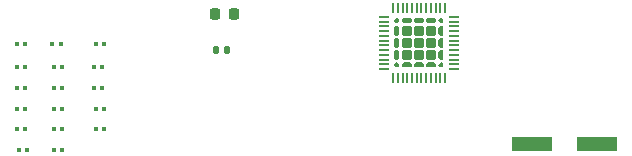
<source format=gbr>
%TF.GenerationSoftware,KiCad,Pcbnew,9.0.0*%
%TF.CreationDate,2025-04-15T21:18:47-03:00*%
%TF.ProjectId,Circuitos-atvd,43697263-7569-4746-9f73-2d617476642e,rev?*%
%TF.SameCoordinates,Original*%
%TF.FileFunction,Paste,Top*%
%TF.FilePolarity,Positive*%
%FSLAX46Y46*%
G04 Gerber Fmt 4.6, Leading zero omitted, Abs format (unit mm)*
G04 Created by KiCad (PCBNEW 9.0.0) date 2025-04-15 21:18:47*
%MOMM*%
%LPD*%
G01*
G04 APERTURE LIST*
G04 Aperture macros list*
%AMRoundRect*
0 Rectangle with rounded corners*
0 $1 Rounding radius*
0 $2 $3 $4 $5 $6 $7 $8 $9 X,Y pos of 4 corners*
0 Add a 4 corners polygon primitive as box body*
4,1,4,$2,$3,$4,$5,$6,$7,$8,$9,$2,$3,0*
0 Add four circle primitives for the rounded corners*
1,1,$1+$1,$2,$3*
1,1,$1+$1,$4,$5*
1,1,$1+$1,$6,$7*
1,1,$1+$1,$8,$9*
0 Add four rect primitives between the rounded corners*
20,1,$1+$1,$2,$3,$4,$5,0*
20,1,$1+$1,$4,$5,$6,$7,0*
20,1,$1+$1,$6,$7,$8,$9,0*
20,1,$1+$1,$8,$9,$2,$3,0*%
%AMFreePoly0*
4,1,19,0.168015,0.191425,0.206455,0.138516,0.211634,0.105817,0.211634,0.013308,0.191425,-0.048890,0.180641,-0.061516,0.061516,-0.180641,0.003245,-0.210331,-0.013308,-0.211634,-0.105817,-0.211634,-0.168015,-0.191425,-0.206455,-0.138516,-0.211634,-0.105817,-0.211634,0.105817,-0.191425,0.168015,-0.138516,0.206455,-0.105817,0.211634,0.105817,0.211634,0.168015,0.191425,0.168015,0.191425,
$1*%
%AMFreePoly1*
4,1,21,0.102440,0.401721,0.108363,0.396293,0.184659,0.319997,0.211284,0.262902,0.211634,0.254875,0.211634,-0.254875,0.190087,-0.314074,0.184659,-0.319997,0.108363,-0.396293,0.051268,-0.422918,0.043241,-0.423268,-0.119537,-0.423268,-0.178736,-0.401721,-0.210235,-0.347163,-0.211634,-0.331171,-0.211634,0.331171,-0.190087,0.390370,-0.135529,0.421869,-0.119537,0.423268,0.043241,0.423268,
0.102440,0.401721,0.102440,0.401721,$1*%
%AMFreePoly2*
4,1,19,0.048890,0.191425,0.061516,0.180641,0.180641,0.061516,0.210331,0.003245,0.211634,-0.013308,0.211634,-0.105817,0.191425,-0.168015,0.138516,-0.206455,0.105817,-0.211634,-0.105817,-0.211634,-0.168015,-0.191425,-0.206455,-0.138516,-0.211634,-0.105817,-0.211634,0.105817,-0.191425,0.168015,-0.138516,0.206455,-0.105817,0.211634,-0.013308,0.211634,0.048890,0.191425,0.048890,0.191425,
$1*%
%AMFreePoly3*
4,1,21,0.390370,0.190087,0.421869,0.135529,0.423268,0.119537,0.423268,-0.043241,0.401721,-0.102440,0.396293,-0.108363,0.319997,-0.184659,0.262902,-0.211284,0.254875,-0.211634,-0.254875,-0.211634,-0.314074,-0.190087,-0.319997,-0.184659,-0.396293,-0.108363,-0.422918,-0.051268,-0.423268,-0.043241,-0.423268,0.119537,-0.401721,0.178736,-0.347163,0.210235,-0.331171,0.211634,0.331171,0.211634,
0.390370,0.190087,0.390370,0.190087,$1*%
%AMFreePoly4*
4,1,21,0.314074,0.190087,0.319997,0.184659,0.396293,0.108363,0.422918,0.051268,0.423268,0.043241,0.423268,-0.119537,0.401721,-0.178736,0.347163,-0.210235,0.331171,-0.211634,-0.331171,-0.211634,-0.390370,-0.190087,-0.421869,-0.135529,-0.423268,-0.119537,-0.423268,0.043241,-0.401721,0.102440,-0.396293,0.108363,-0.319997,0.184659,-0.262902,0.211284,-0.254875,0.211634,0.254875,0.211634,
0.314074,0.190087,0.314074,0.190087,$1*%
%AMFreePoly5*
4,1,19,0.168015,0.191425,0.206455,0.138516,0.211634,0.105817,0.211634,-0.105817,0.191425,-0.168015,0.138516,-0.206455,0.105817,-0.211634,0.013308,-0.211634,-0.048890,-0.191425,-0.061516,-0.180641,-0.180641,-0.061516,-0.210331,-0.003245,-0.211634,0.013308,-0.211634,0.105817,-0.191425,0.168015,-0.138516,0.206455,-0.105817,0.211634,0.105817,0.211634,0.168015,0.191425,0.168015,0.191425,
$1*%
%AMFreePoly6*
4,1,21,0.178736,0.401721,0.210235,0.347163,0.211634,0.331171,0.211634,-0.331171,0.190087,-0.390370,0.135529,-0.421869,0.119537,-0.423268,-0.043241,-0.423268,-0.102440,-0.401721,-0.108363,-0.396293,-0.184659,-0.319997,-0.211284,-0.262902,-0.211634,-0.254875,-0.211634,0.254875,-0.190087,0.314074,-0.184659,0.319997,-0.108363,0.396293,-0.051268,0.422918,-0.043241,0.423268,0.119537,0.423268,
0.178736,0.401721,0.178736,0.401721,$1*%
%AMFreePoly7*
4,1,19,0.168015,0.191425,0.206455,0.138516,0.211634,0.105817,0.211634,-0.105817,0.191425,-0.168015,0.138516,-0.206455,0.105817,-0.211634,-0.105817,-0.211634,-0.168015,-0.191425,-0.206455,-0.138516,-0.211634,-0.105817,-0.211634,-0.013308,-0.191425,0.048890,-0.180641,0.061516,-0.061516,0.180641,-0.003245,0.210331,0.013308,0.211634,0.105817,0.211634,0.168015,0.191425,0.168015,0.191425,
$1*%
G04 Aperture macros list end*
%ADD10RoundRect,0.079500X-0.079500X-0.100500X0.079500X-0.100500X0.079500X0.100500X-0.079500X0.100500X0*%
%ADD11R,3.500000X1.200000*%
%ADD12RoundRect,0.218750X-0.218750X-0.256250X0.218750X-0.256250X0.218750X0.256250X-0.218750X0.256250X0*%
%ADD13RoundRect,0.140000X-0.140000X-0.170000X0.140000X-0.170000X0.140000X0.170000X-0.140000X0.170000X0*%
%ADD14FreePoly0,0.000000*%
%ADD15FreePoly1,0.000000*%
%ADD16FreePoly2,0.000000*%
%ADD17FreePoly3,0.000000*%
%ADD18RoundRect,0.211634X-0.211634X-0.211634X0.211634X-0.211634X0.211634X0.211634X-0.211634X0.211634X0*%
%ADD19FreePoly4,0.000000*%
%ADD20FreePoly5,0.000000*%
%ADD21FreePoly6,0.000000*%
%ADD22FreePoly7,0.000000*%
%ADD23RoundRect,0.050000X-0.375000X-0.050000X0.375000X-0.050000X0.375000X0.050000X-0.375000X0.050000X0*%
%ADD24RoundRect,0.050000X-0.050000X-0.375000X0.050000X-0.375000X0.050000X0.375000X-0.050000X0.375000X0*%
G04 APERTURE END LIST*
D10*
%TO.C,L3*%
X123155000Y-109270000D03*
X123845000Y-109270000D03*
%TD*%
%TO.C,C5*%
X116655000Y-111000000D03*
X117345000Y-111000000D03*
%TD*%
D11*
%TO.C,X2*%
X160250000Y-114000000D03*
X165750000Y-114000000D03*
%TD*%
D10*
%TO.C,C10*%
X119760000Y-109270000D03*
X120450000Y-109270000D03*
%TD*%
%TO.C,FB1*%
X123310000Y-105500000D03*
X124000000Y-105500000D03*
%TD*%
%TO.C,C1*%
X116655000Y-105500000D03*
X117345000Y-105500000D03*
%TD*%
D12*
%TO.C,L1*%
X133425000Y-103000000D03*
X135000000Y-103000000D03*
%TD*%
D10*
%TO.C,C12*%
X119760000Y-112770000D03*
X120450000Y-112770000D03*
%TD*%
%TO.C,C13*%
X119760000Y-114520000D03*
X120450000Y-114520000D03*
%TD*%
%TO.C,C9*%
X119760000Y-107520000D03*
X120450000Y-107520000D03*
%TD*%
%TO.C,L4*%
X123310000Y-111020000D03*
X124000000Y-111020000D03*
%TD*%
%TO.C,R1*%
X123310000Y-112770000D03*
X124000000Y-112770000D03*
%TD*%
%TO.C,C11*%
X119760000Y-111020000D03*
X120450000Y-111020000D03*
%TD*%
D13*
%TO.C,C3*%
X133520000Y-106000000D03*
X134480000Y-106000000D03*
%TD*%
D10*
%TO.C,L2*%
X123155000Y-107500000D03*
X123845000Y-107500000D03*
%TD*%
D14*
%TO.C,U1*%
X148862500Y-103612500D03*
D15*
X148862500Y-104400000D03*
X148862500Y-105450000D03*
X148862500Y-106500000D03*
D16*
X148862500Y-107287500D03*
D17*
X149650000Y-103612500D03*
D18*
X149650000Y-104400000D03*
X149650000Y-105450000D03*
X149650000Y-106500000D03*
D19*
X149650000Y-107287500D03*
D17*
X150700000Y-103612500D03*
D18*
X150700000Y-104400000D03*
X150700000Y-105450000D03*
X150700000Y-106500000D03*
D19*
X150700000Y-107287500D03*
D17*
X151750000Y-103612500D03*
D18*
X151750000Y-104400000D03*
X151750000Y-105450000D03*
X151750000Y-106500000D03*
D19*
X151750000Y-107287500D03*
D20*
X152537500Y-103612500D03*
D21*
X152537500Y-104400000D03*
X152537500Y-105450000D03*
X152537500Y-106500000D03*
D22*
X152537500Y-107287500D03*
D23*
X147750000Y-103250000D03*
X147750000Y-103650000D03*
X147750000Y-104050000D03*
X147750000Y-104450000D03*
X147750000Y-104850000D03*
X147750000Y-105250000D03*
X147750000Y-105650000D03*
X147750000Y-106050000D03*
X147750000Y-106450000D03*
X147750000Y-106850000D03*
X147750000Y-107250000D03*
X147750000Y-107650000D03*
D24*
X148500000Y-108400000D03*
X148900000Y-108400000D03*
X149300000Y-108400000D03*
X149700000Y-108400000D03*
X150100000Y-108400000D03*
X150500000Y-108400000D03*
X150900000Y-108400000D03*
X151300000Y-108400000D03*
X151700000Y-108400000D03*
X152100000Y-108400000D03*
X152500000Y-108400000D03*
X152900000Y-108400000D03*
D23*
X153650000Y-107650000D03*
X153650000Y-107250000D03*
X153650000Y-106850000D03*
X153650000Y-106450000D03*
X153650000Y-106050000D03*
X153650000Y-105650000D03*
X153650000Y-105250000D03*
X153650000Y-104850000D03*
X153650000Y-104450000D03*
X153650000Y-104050000D03*
X153650000Y-103650000D03*
X153650000Y-103250000D03*
D24*
X152900000Y-102500000D03*
X152500000Y-102500000D03*
X152100000Y-102500000D03*
X151700000Y-102500000D03*
X151300000Y-102500000D03*
X150900000Y-102500000D03*
X150500000Y-102500000D03*
X150100000Y-102500000D03*
X149700000Y-102500000D03*
X149300000Y-102500000D03*
X148900000Y-102500000D03*
X148500000Y-102500000D03*
%TD*%
D10*
%TO.C,C8*%
X119655000Y-105500000D03*
X120345000Y-105500000D03*
%TD*%
%TO.C,C4*%
X116655000Y-109270000D03*
X117345000Y-109270000D03*
%TD*%
%TO.C,C2*%
X116655000Y-107500000D03*
X117345000Y-107500000D03*
%TD*%
%TO.C,C6*%
X116655000Y-112770000D03*
X117345000Y-112770000D03*
%TD*%
%TO.C,C7*%
X116810000Y-114520000D03*
X117500000Y-114520000D03*
%TD*%
M02*

</source>
